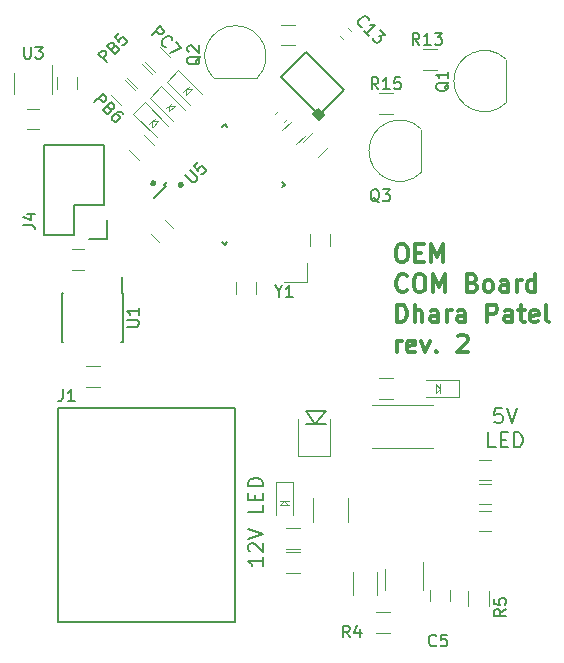
<source format=gto>
G04 #@! TF.GenerationSoftware,KiCad,Pcbnew,5.0.1-33cea8e~68~ubuntu18.04.1*
G04 #@! TF.CreationDate,2019-04-03T20:56:08-04:00*
G04 #@! TF.ProjectId,IMU,494D552E6B696361645F706362000000,rev?*
G04 #@! TF.SameCoordinates,Original*
G04 #@! TF.FileFunction,Legend,Top*
G04 #@! TF.FilePolarity,Positive*
%FSLAX46Y46*%
G04 Gerber Fmt 4.6, Leading zero omitted, Abs format (unit mm)*
G04 Created by KiCad (PCBNEW 5.0.1-33cea8e~68~ubuntu18.04.1) date Wed 03 Apr 2019 08:56:08 PM EDT*
%MOMM*%
%LPD*%
G01*
G04 APERTURE LIST*
%ADD10C,0.300000*%
%ADD11C,0.152400*%
%ADD12C,0.120000*%
%ADD13C,0.150000*%
%ADD14C,0.100000*%
%ADD15C,0.200000*%
%ADD16C,0.500000*%
G04 APERTURE END LIST*
D10*
X152841617Y-90933771D02*
X153127331Y-90933771D01*
X153270188Y-91005200D01*
X153413045Y-91148057D01*
X153484474Y-91433771D01*
X153484474Y-91933771D01*
X153413045Y-92219485D01*
X153270188Y-92362342D01*
X153127331Y-92433771D01*
X152841617Y-92433771D01*
X152698760Y-92362342D01*
X152555902Y-92219485D01*
X152484474Y-91933771D01*
X152484474Y-91433771D01*
X152555902Y-91148057D01*
X152698760Y-91005200D01*
X152841617Y-90933771D01*
X154127331Y-91648057D02*
X154627331Y-91648057D01*
X154841617Y-92433771D02*
X154127331Y-92433771D01*
X154127331Y-90933771D01*
X154841617Y-90933771D01*
X155484474Y-92433771D02*
X155484474Y-90933771D01*
X155984474Y-92005200D01*
X156484474Y-90933771D01*
X156484474Y-92433771D01*
X153413045Y-94840914D02*
X153341617Y-94912342D01*
X153127331Y-94983771D01*
X152984474Y-94983771D01*
X152770188Y-94912342D01*
X152627331Y-94769485D01*
X152555902Y-94626628D01*
X152484474Y-94340914D01*
X152484474Y-94126628D01*
X152555902Y-93840914D01*
X152627331Y-93698057D01*
X152770188Y-93555200D01*
X152984474Y-93483771D01*
X153127331Y-93483771D01*
X153341617Y-93555200D01*
X153413045Y-93626628D01*
X154341617Y-93483771D02*
X154627331Y-93483771D01*
X154770188Y-93555200D01*
X154913045Y-93698057D01*
X154984474Y-93983771D01*
X154984474Y-94483771D01*
X154913045Y-94769485D01*
X154770188Y-94912342D01*
X154627331Y-94983771D01*
X154341617Y-94983771D01*
X154198760Y-94912342D01*
X154055902Y-94769485D01*
X153984474Y-94483771D01*
X153984474Y-93983771D01*
X154055902Y-93698057D01*
X154198760Y-93555200D01*
X154341617Y-93483771D01*
X155627331Y-94983771D02*
X155627331Y-93483771D01*
X156127331Y-94555200D01*
X156627331Y-93483771D01*
X156627331Y-94983771D01*
X158984474Y-94198057D02*
X159198760Y-94269485D01*
X159270188Y-94340914D01*
X159341617Y-94483771D01*
X159341617Y-94698057D01*
X159270188Y-94840914D01*
X159198760Y-94912342D01*
X159055902Y-94983771D01*
X158484474Y-94983771D01*
X158484474Y-93483771D01*
X158984474Y-93483771D01*
X159127331Y-93555200D01*
X159198760Y-93626628D01*
X159270188Y-93769485D01*
X159270188Y-93912342D01*
X159198760Y-94055200D01*
X159127331Y-94126628D01*
X158984474Y-94198057D01*
X158484474Y-94198057D01*
X160198760Y-94983771D02*
X160055902Y-94912342D01*
X159984474Y-94840914D01*
X159913045Y-94698057D01*
X159913045Y-94269485D01*
X159984474Y-94126628D01*
X160055902Y-94055200D01*
X160198760Y-93983771D01*
X160413045Y-93983771D01*
X160555902Y-94055200D01*
X160627331Y-94126628D01*
X160698760Y-94269485D01*
X160698760Y-94698057D01*
X160627331Y-94840914D01*
X160555902Y-94912342D01*
X160413045Y-94983771D01*
X160198760Y-94983771D01*
X161984474Y-94983771D02*
X161984474Y-94198057D01*
X161913045Y-94055200D01*
X161770188Y-93983771D01*
X161484474Y-93983771D01*
X161341617Y-94055200D01*
X161984474Y-94912342D02*
X161841617Y-94983771D01*
X161484474Y-94983771D01*
X161341617Y-94912342D01*
X161270188Y-94769485D01*
X161270188Y-94626628D01*
X161341617Y-94483771D01*
X161484474Y-94412342D01*
X161841617Y-94412342D01*
X161984474Y-94340914D01*
X162698760Y-94983771D02*
X162698760Y-93983771D01*
X162698760Y-94269485D02*
X162770188Y-94126628D01*
X162841617Y-94055200D01*
X162984474Y-93983771D01*
X163127331Y-93983771D01*
X164270188Y-94983771D02*
X164270188Y-93483771D01*
X164270188Y-94912342D02*
X164127331Y-94983771D01*
X163841617Y-94983771D01*
X163698760Y-94912342D01*
X163627331Y-94840914D01*
X163555902Y-94698057D01*
X163555902Y-94269485D01*
X163627331Y-94126628D01*
X163698760Y-94055200D01*
X163841617Y-93983771D01*
X164127331Y-93983771D01*
X164270188Y-94055200D01*
X152555902Y-97533771D02*
X152555902Y-96033771D01*
X152913045Y-96033771D01*
X153127331Y-96105200D01*
X153270188Y-96248057D01*
X153341617Y-96390914D01*
X153413045Y-96676628D01*
X153413045Y-96890914D01*
X153341617Y-97176628D01*
X153270188Y-97319485D01*
X153127331Y-97462342D01*
X152913045Y-97533771D01*
X152555902Y-97533771D01*
X154055902Y-97533771D02*
X154055902Y-96033771D01*
X154698760Y-97533771D02*
X154698760Y-96748057D01*
X154627331Y-96605200D01*
X154484474Y-96533771D01*
X154270188Y-96533771D01*
X154127331Y-96605200D01*
X154055902Y-96676628D01*
X156055902Y-97533771D02*
X156055902Y-96748057D01*
X155984474Y-96605200D01*
X155841617Y-96533771D01*
X155555902Y-96533771D01*
X155413045Y-96605200D01*
X156055902Y-97462342D02*
X155913045Y-97533771D01*
X155555902Y-97533771D01*
X155413045Y-97462342D01*
X155341617Y-97319485D01*
X155341617Y-97176628D01*
X155413045Y-97033771D01*
X155555902Y-96962342D01*
X155913045Y-96962342D01*
X156055902Y-96890914D01*
X156770188Y-97533771D02*
X156770188Y-96533771D01*
X156770188Y-96819485D02*
X156841617Y-96676628D01*
X156913045Y-96605200D01*
X157055902Y-96533771D01*
X157198760Y-96533771D01*
X158341617Y-97533771D02*
X158341617Y-96748057D01*
X158270188Y-96605200D01*
X158127331Y-96533771D01*
X157841617Y-96533771D01*
X157698760Y-96605200D01*
X158341617Y-97462342D02*
X158198760Y-97533771D01*
X157841617Y-97533771D01*
X157698760Y-97462342D01*
X157627331Y-97319485D01*
X157627331Y-97176628D01*
X157698760Y-97033771D01*
X157841617Y-96962342D01*
X158198760Y-96962342D01*
X158341617Y-96890914D01*
X160198760Y-97533771D02*
X160198760Y-96033771D01*
X160770188Y-96033771D01*
X160913045Y-96105200D01*
X160984474Y-96176628D01*
X161055902Y-96319485D01*
X161055902Y-96533771D01*
X160984474Y-96676628D01*
X160913045Y-96748057D01*
X160770188Y-96819485D01*
X160198760Y-96819485D01*
X162341617Y-97533771D02*
X162341617Y-96748057D01*
X162270188Y-96605200D01*
X162127331Y-96533771D01*
X161841617Y-96533771D01*
X161698760Y-96605200D01*
X162341617Y-97462342D02*
X162198760Y-97533771D01*
X161841617Y-97533771D01*
X161698760Y-97462342D01*
X161627331Y-97319485D01*
X161627331Y-97176628D01*
X161698760Y-97033771D01*
X161841617Y-96962342D01*
X162198760Y-96962342D01*
X162341617Y-96890914D01*
X162841617Y-96533771D02*
X163413045Y-96533771D01*
X163055902Y-96033771D02*
X163055902Y-97319485D01*
X163127331Y-97462342D01*
X163270188Y-97533771D01*
X163413045Y-97533771D01*
X164484474Y-97462342D02*
X164341617Y-97533771D01*
X164055902Y-97533771D01*
X163913045Y-97462342D01*
X163841617Y-97319485D01*
X163841617Y-96748057D01*
X163913045Y-96605200D01*
X164055902Y-96533771D01*
X164341617Y-96533771D01*
X164484474Y-96605200D01*
X164555902Y-96748057D01*
X164555902Y-96890914D01*
X163841617Y-97033771D01*
X165413045Y-97533771D02*
X165270188Y-97462342D01*
X165198760Y-97319485D01*
X165198760Y-96033771D01*
X152555902Y-100083771D02*
X152555902Y-99083771D01*
X152555902Y-99369485D02*
X152627331Y-99226628D01*
X152698760Y-99155200D01*
X152841617Y-99083771D01*
X152984474Y-99083771D01*
X154055902Y-100012342D02*
X153913045Y-100083771D01*
X153627331Y-100083771D01*
X153484474Y-100012342D01*
X153413045Y-99869485D01*
X153413045Y-99298057D01*
X153484474Y-99155200D01*
X153627331Y-99083771D01*
X153913045Y-99083771D01*
X154055902Y-99155200D01*
X154127331Y-99298057D01*
X154127331Y-99440914D01*
X153413045Y-99583771D01*
X154627331Y-99083771D02*
X154984474Y-100083771D01*
X155341617Y-99083771D01*
X155913045Y-99940914D02*
X155984474Y-100012342D01*
X155913045Y-100083771D01*
X155841617Y-100012342D01*
X155913045Y-99940914D01*
X155913045Y-100083771D01*
X157698760Y-98726628D02*
X157770188Y-98655200D01*
X157913045Y-98583771D01*
X158270188Y-98583771D01*
X158413045Y-98655200D01*
X158484474Y-98726628D01*
X158555902Y-98869485D01*
X158555902Y-99012342D01*
X158484474Y-99226628D01*
X157627331Y-100083771D01*
X158555902Y-100083771D01*
D11*
X141234643Y-117420571D02*
X141234643Y-118146285D01*
X141234643Y-117783428D02*
X139964643Y-117783428D01*
X140146072Y-117904380D01*
X140267024Y-118025333D01*
X140327500Y-118146285D01*
X140085596Y-116936761D02*
X140025120Y-116876285D01*
X139964643Y-116755333D01*
X139964643Y-116452952D01*
X140025120Y-116332000D01*
X140085596Y-116271523D01*
X140206548Y-116211047D01*
X140327500Y-116211047D01*
X140508929Y-116271523D01*
X141234643Y-116997238D01*
X141234643Y-116211047D01*
X139964643Y-115848190D02*
X141234643Y-115424857D01*
X139964643Y-115001523D01*
X141234643Y-113005809D02*
X141234643Y-113610571D01*
X139964643Y-113610571D01*
X140569405Y-112582476D02*
X140569405Y-112159142D01*
X141234643Y-111977714D02*
X141234643Y-112582476D01*
X139964643Y-112582476D01*
X139964643Y-111977714D01*
X141234643Y-111433428D02*
X139964643Y-111433428D01*
X139964643Y-111131047D01*
X140025120Y-110949619D01*
X140146072Y-110828666D01*
X140267024Y-110768190D01*
X140508929Y-110707714D01*
X140690358Y-110707714D01*
X140932262Y-110768190D01*
X141053215Y-110828666D01*
X141174167Y-110949619D01*
X141234643Y-111131047D01*
X141234643Y-111433428D01*
X161489855Y-104804983D02*
X160885093Y-104804983D01*
X160824617Y-105409745D01*
X160885093Y-105349269D01*
X161006045Y-105288793D01*
X161308426Y-105288793D01*
X161429379Y-105349269D01*
X161489855Y-105409745D01*
X161550331Y-105530698D01*
X161550331Y-105833079D01*
X161489855Y-105954031D01*
X161429379Y-106014507D01*
X161308426Y-106074983D01*
X161006045Y-106074983D01*
X160885093Y-106014507D01*
X160824617Y-105954031D01*
X161913188Y-104804983D02*
X162336521Y-106074983D01*
X162759855Y-104804983D01*
X160915331Y-108132383D02*
X160310569Y-108132383D01*
X160310569Y-106862383D01*
X161338664Y-107467145D02*
X161761998Y-107467145D01*
X161943426Y-108132383D02*
X161338664Y-108132383D01*
X161338664Y-106862383D01*
X161943426Y-106862383D01*
X162487712Y-108132383D02*
X162487712Y-106862383D01*
X162790093Y-106862383D01*
X162971521Y-106922860D01*
X163092474Y-107043812D01*
X163152950Y-107164764D01*
X163213426Y-107406669D01*
X163213426Y-107588098D01*
X163152950Y-107830002D01*
X163092474Y-107950955D01*
X162971521Y-108071907D01*
X162790093Y-108132383D01*
X162487712Y-108132383D01*
D12*
G04 #@! TO.C,R1*
X146734647Y-82662821D02*
X145886119Y-83511349D01*
X144641611Y-82266841D02*
X145490139Y-81418313D01*
D13*
G04 #@! TO.C,J4*
X127777240Y-87630000D02*
X127777240Y-82550000D01*
X128057240Y-90450000D02*
X126507240Y-90450000D01*
X125237240Y-90170000D02*
X125237240Y-87630000D01*
X125237240Y-87630000D02*
X127777240Y-87630000D01*
X127777240Y-82550000D02*
X122697240Y-82550000D01*
X122697240Y-82550000D02*
X122697240Y-87630000D01*
X128057240Y-90450000D02*
X128057240Y-88900000D01*
X122697240Y-90170000D02*
X125237240Y-90170000D01*
X122697240Y-87630000D02*
X122697240Y-90170000D01*
D12*
G04 #@! TO.C,R2*
X143148560Y-114965880D02*
X144348560Y-114965880D01*
X144348560Y-116725880D02*
X143148560Y-116725880D01*
G04 #@! TO.C,F1*
X145424060Y-114438380D02*
X145424060Y-112438380D01*
X148384060Y-112438380D02*
X148384060Y-114438380D01*
D14*
G04 #@! TO.C,D2*
X156224560Y-102795880D02*
X156224560Y-103145880D01*
X156224560Y-103145880D02*
X156224560Y-103495880D01*
X155874560Y-102795880D02*
X156224560Y-103145880D01*
X155874560Y-102845880D02*
X155874560Y-102795880D01*
X155874560Y-102795880D02*
X155874560Y-102845880D01*
X155874560Y-103495880D02*
X155874560Y-102845880D01*
X155924560Y-103445880D02*
X155874560Y-103495880D01*
X156224560Y-103145880D02*
X155924560Y-103445880D01*
D12*
X157824560Y-103845880D02*
X157824560Y-102445880D01*
X157824560Y-102445880D02*
X155024560Y-102445880D01*
X157824560Y-103845880D02*
X155024560Y-103845880D01*
G04 #@! TO.C,R9*
X155619560Y-108140880D02*
X150419560Y-108140880D01*
X150419560Y-104500880D02*
X155619560Y-104500880D01*
G04 #@! TO.C,C7*
X160504560Y-109153880D02*
X159504560Y-109153880D01*
X159504560Y-110853880D02*
X160504560Y-110853880D01*
G04 #@! TO.C,U2*
X151574660Y-118438380D02*
X151574660Y-120238380D01*
X154794660Y-120238380D02*
X154794660Y-117788380D01*
G04 #@! TO.C,C3*
X150864560Y-120655880D02*
X150864560Y-118655880D01*
X148824560Y-118655880D02*
X148824560Y-120655880D01*
G04 #@! TO.C,R12*
X152222560Y-104025880D02*
X151022560Y-104025880D01*
X151022560Y-102265880D02*
X152222560Y-102265880D01*
G04 #@! TO.C,R4*
X150768560Y-122077880D02*
X151968560Y-122077880D01*
X151968560Y-123837880D02*
X150768560Y-123837880D01*
G04 #@! TO.C,R5*
X160376560Y-120325880D02*
X160376560Y-121525880D01*
X158616560Y-121525880D02*
X158616560Y-120325880D01*
G04 #@! TO.C,C12*
X160504560Y-113471880D02*
X159504560Y-113471880D01*
X159504560Y-115171880D02*
X160504560Y-115171880D01*
G04 #@! TO.C,C11*
X160504560Y-111185880D02*
X159504560Y-111185880D01*
X159504560Y-112885880D02*
X160504560Y-112885880D01*
G04 #@! TO.C,C5*
X155344560Y-120171880D02*
X155344560Y-121171880D01*
X157044560Y-121171880D02*
X157044560Y-120171880D01*
D14*
G04 #@! TO.C,D1*
X142697720Y-112675240D02*
X143047720Y-112675240D01*
X143047720Y-112675240D02*
X143397720Y-112675240D01*
X142697720Y-113025240D02*
X143047720Y-112675240D01*
X142747720Y-113025240D02*
X142697720Y-113025240D01*
X142697720Y-113025240D02*
X142747720Y-113025240D01*
X143397720Y-113025240D02*
X142747720Y-113025240D01*
X143347720Y-112975240D02*
X143397720Y-113025240D01*
X143047720Y-112675240D02*
X143347720Y-112975240D01*
D12*
X143747720Y-111075240D02*
X142347720Y-111075240D01*
X142347720Y-111075240D02*
X142347720Y-113875240D01*
X143747720Y-111075240D02*
X143747720Y-113875240D01*
D15*
G04 #@! TO.C,D7*
X146526560Y-105085880D02*
X145626560Y-106185880D01*
X144826560Y-105085880D02*
X146526560Y-105085880D01*
X145626560Y-106185880D02*
X144826560Y-105085880D01*
X144826560Y-106185880D02*
X146526560Y-106185880D01*
D12*
X144193060Y-108860880D02*
X146860060Y-108860880D01*
X146860060Y-108860880D02*
X146860060Y-105685880D01*
X144193060Y-108860880D02*
X144193060Y-105685880D01*
G04 #@! TO.C,R3*
X143148560Y-116997880D02*
X144348560Y-116997880D01*
X144348560Y-118757880D02*
X143148560Y-118757880D01*
G04 #@! TO.C,C1*
X131719766Y-90046647D02*
X132426873Y-90753754D01*
X133628954Y-89551673D02*
X132921847Y-88844566D01*
G04 #@! TO.C,C2*
X143563786Y-80547373D02*
X142856679Y-81254480D01*
X144058760Y-82456561D02*
X144765867Y-81749454D01*
G04 #@! TO.C,C4*
X126077600Y-91367240D02*
X125077600Y-91367240D01*
X125077600Y-93067240D02*
X126077600Y-93067240D01*
G04 #@! TO.C,C6*
X145235560Y-90051000D02*
X145235560Y-91051000D01*
X146935560Y-91051000D02*
X146935560Y-90051000D01*
G04 #@! TO.C,C8*
X138961760Y-94140400D02*
X138961760Y-95140400D01*
X140661760Y-95140400D02*
X140661760Y-94140400D01*
G04 #@! TO.C,C9*
X122252243Y-79507177D02*
X121252243Y-79507177D01*
X121252243Y-81207177D02*
X122252243Y-81207177D01*
G04 #@! TO.C,C10*
X123787683Y-76752537D02*
X123787683Y-77752537D01*
X125487683Y-77752537D02*
X125487683Y-76752537D01*
G04 #@! TO.C,C13*
X148689807Y-72835358D02*
X148459602Y-72605153D01*
X147968558Y-73556607D02*
X147738353Y-73326402D01*
G04 #@! TO.C,C14*
X143228220Y-80350089D02*
X142998015Y-80580294D01*
X142506971Y-79628840D02*
X142276766Y-79859045D01*
G04 #@! TO.C,D3*
X134047923Y-76192453D02*
X136027822Y-78172352D01*
X133057973Y-77182403D02*
X135037872Y-79162302D01*
X134047923Y-76192453D02*
X133057973Y-77182403D01*
D14*
X134684319Y-77818799D02*
X135108583Y-77818799D01*
X135108583Y-77818799D02*
X135179293Y-77818799D01*
X135179293Y-77818799D02*
X134719674Y-78278418D01*
X134684319Y-78313773D02*
X134719674Y-78278418D01*
X134719674Y-78278418D02*
X134684319Y-78313773D01*
X134684319Y-78313773D02*
X134684319Y-77818799D01*
X134684319Y-77818799D02*
X134931806Y-77571311D01*
X134436831Y-78066286D02*
X134684319Y-77818799D01*
G04 #@! TO.C,D4*
X133009928Y-79428303D02*
X133257416Y-79180816D01*
X133257416Y-79180816D02*
X133504903Y-78933328D01*
X133257416Y-79675790D02*
X133257416Y-79180816D01*
X133292771Y-79640435D02*
X133257416Y-79675790D01*
X133257416Y-79675790D02*
X133292771Y-79640435D01*
X133752390Y-79180816D02*
X133292771Y-79640435D01*
X133681680Y-79180816D02*
X133752390Y-79180816D01*
X133257416Y-79180816D02*
X133681680Y-79180816D01*
D12*
X132621020Y-77554470D02*
X131631070Y-78544420D01*
X131631070Y-78544420D02*
X133610969Y-80524319D01*
X132621020Y-77554470D02*
X134600919Y-79534369D01*
G04 #@! TO.C,D5*
X131222866Y-78902056D02*
X133202765Y-80881955D01*
X130232916Y-79892006D02*
X132212815Y-81871905D01*
X131222866Y-78902056D02*
X130232916Y-79892006D01*
D14*
X131859262Y-80528402D02*
X132283526Y-80528402D01*
X132283526Y-80528402D02*
X132354236Y-80528402D01*
X132354236Y-80528402D02*
X131894617Y-80988021D01*
X131859262Y-81023376D02*
X131894617Y-80988021D01*
X131894617Y-80988021D02*
X131859262Y-81023376D01*
X131859262Y-81023376D02*
X131859262Y-80528402D01*
X131859262Y-80528402D02*
X132106749Y-80280914D01*
X131611774Y-80775889D02*
X131859262Y-80528402D01*
D12*
G04 #@! TO.C,R7*
X126237440Y-101263560D02*
X127437440Y-101263560D01*
X127437440Y-103023560D02*
X126237440Y-103023560D01*
G04 #@! TO.C,R8*
X130728850Y-83809878D02*
X129880322Y-82961350D01*
X131124830Y-81716842D02*
X131973358Y-82565370D01*
D13*
G04 #@! TO.C,U1*
X129336240Y-95059680D02*
X129286240Y-95059680D01*
X129336240Y-99209680D02*
X129191240Y-99209680D01*
X124186240Y-99209680D02*
X124331240Y-99209680D01*
X124186240Y-95059680D02*
X124331240Y-95059680D01*
X129336240Y-95059680D02*
X129336240Y-99209680D01*
X124186240Y-95059680D02*
X124186240Y-99209680D01*
X129286240Y-95059680D02*
X129286240Y-93659680D01*
G04 #@! TO.C,U5*
X133010992Y-86034349D02*
X132003365Y-87041976D01*
X137978417Y-80748726D02*
X137748607Y-80978536D01*
X143104941Y-85875250D02*
X142875131Y-86105060D01*
X137978417Y-91001774D02*
X138208227Y-90771964D01*
X132851893Y-85875250D02*
X133081703Y-85645440D01*
X137978417Y-91001774D02*
X137748607Y-90771964D01*
X143104941Y-85875250D02*
X142875131Y-85645440D01*
X137978417Y-80748726D02*
X138208227Y-80978536D01*
X132851893Y-85875250D02*
X133010992Y-86034349D01*
D16*
X131940603Y-85749526D02*
G75*
G03X131940603Y-85749526I-50800J0D01*
G01*
X134275471Y-85893211D02*
G75*
G03X134275471Y-85893211I-50801J0D01*
G01*
D14*
G04 #@! TO.C,Y1*
X144981680Y-94116960D02*
X144981681Y-92516960D01*
X144981680Y-94116960D02*
X142981680Y-94116960D01*
D12*
G04 #@! TO.C,U3*
X123377483Y-78224417D02*
X123377483Y-75774417D01*
X120157483Y-76424417D02*
X120157483Y-78224417D01*
D13*
G04 #@! TO.C,U4*
X145923155Y-80332246D02*
X146336247Y-79955075D01*
X145977036Y-79847312D02*
X145959076Y-79865272D01*
X145923155Y-79721588D02*
X145977036Y-79847312D01*
X145707629Y-79937114D02*
X145923155Y-79721588D01*
X145869273Y-80098759D02*
X145707629Y-79937114D01*
X146174602Y-79829351D02*
X145869273Y-80098759D01*
X145941115Y-79595865D02*
X146174602Y-79829351D01*
X145581905Y-79955075D02*
X145941115Y-79595865D01*
X145887234Y-80260403D02*
X145581905Y-79955075D01*
X146300326Y-79847312D02*
X145887234Y-80260403D01*
X145923155Y-79470141D02*
X146390128Y-79937114D01*
X145653747Y-79739549D02*
X145923155Y-79470141D01*
X145456182Y-79937114D02*
X145671708Y-79721588D01*
X145941115Y-80422048D02*
X145456182Y-79937114D01*
X146408089Y-79955075D02*
X145941115Y-80422048D01*
X146192563Y-79739549D02*
X146408089Y-79955075D01*
X148052960Y-77864160D02*
X144870980Y-74682180D01*
X145932630Y-79984490D02*
X148053950Y-77863170D01*
X142750650Y-76802510D02*
X144871970Y-74681190D01*
X145932630Y-79984490D02*
X142750650Y-76802510D01*
G04 #@! TO.C,J1*
X138880880Y-104769920D02*
X138880880Y-122929920D01*
X123880880Y-104769920D02*
X123880880Y-122929920D01*
X123880880Y-104769920D02*
X138880880Y-104769920D01*
X123880880Y-122929920D02*
X138880880Y-122929920D01*
D12*
G04 #@! TO.C,PC7*
X132479999Y-74232811D02*
X133328527Y-75081339D01*
X132084019Y-76325847D02*
X131235491Y-75477319D01*
G04 #@! TO.C,PB5*
X130586610Y-77724038D02*
X129738082Y-76875510D01*
X130982590Y-75631002D02*
X131831118Y-76479530D01*
G04 #@! TO.C,PB6*
X129565270Y-77043242D02*
X130413798Y-77891770D01*
X129169290Y-79136278D02*
X128320762Y-78287750D01*
G04 #@! TO.C,Q1*
X161822918Y-75275922D02*
G75*
G03X157384440Y-77114400I-1838478J-1838478D01*
G01*
X161822918Y-78952878D02*
G75*
G02X157384440Y-77114400I-1838478J1838478D01*
G01*
X161834440Y-78914400D02*
X161834440Y-75314400D01*
G04 #@! TO.C,Q2*
X137092280Y-76866360D02*
X140692280Y-76866360D01*
X137053802Y-76854838D02*
G75*
G02X138892280Y-72416360I1838478J1838478D01*
G01*
X140730758Y-76854838D02*
G75*
G03X138892280Y-72416360I-1838478J1838478D01*
G01*
G04 #@! TO.C,Q3*
X154646240Y-84812280D02*
X154646240Y-81212280D01*
X154634718Y-84850758D02*
G75*
G02X150196240Y-83012280I-1838478J1838478D01*
G01*
X154634718Y-81173802D02*
G75*
G03X150196240Y-83012280I-1838478J-1838478D01*
G01*
G04 #@! TO.C,R13*
X155946400Y-76160520D02*
X154746400Y-76160520D01*
X154746400Y-74400520D02*
X155946400Y-74400520D01*
G04 #@! TO.C,R14*
X142772880Y-72327880D02*
X143972880Y-72327880D01*
X143972880Y-74087880D02*
X142772880Y-74087880D01*
G04 #@! TO.C,R15*
X152237960Y-79884160D02*
X151037960Y-79884160D01*
X151037960Y-78124160D02*
X152237960Y-78124160D01*
G04 #@! TO.C,J4*
D13*
X120920260Y-89294293D02*
X121634546Y-89294293D01*
X121777403Y-89341912D01*
X121872641Y-89437150D01*
X121920260Y-89580007D01*
X121920260Y-89675245D01*
X121253594Y-88389531D02*
X121920260Y-88389531D01*
X120872641Y-88627626D02*
X121586927Y-88865721D01*
X121586927Y-88246674D01*
G04 #@! TO.C,R4*
X148575733Y-124211340D02*
X148242400Y-123735150D01*
X148004304Y-124211340D02*
X148004304Y-123211340D01*
X148385257Y-123211340D01*
X148480495Y-123258960D01*
X148528114Y-123306579D01*
X148575733Y-123401817D01*
X148575733Y-123544674D01*
X148528114Y-123639912D01*
X148480495Y-123687531D01*
X148385257Y-123735150D01*
X148004304Y-123735150D01*
X149432876Y-123544674D02*
X149432876Y-124211340D01*
X149194780Y-123163721D02*
X148956685Y-123878007D01*
X149575733Y-123878007D01*
G04 #@! TO.C,R5*
X161788100Y-121827586D02*
X161311910Y-122160920D01*
X161788100Y-122399015D02*
X160788100Y-122399015D01*
X160788100Y-122018062D01*
X160835720Y-121922824D01*
X160883339Y-121875205D01*
X160978577Y-121827586D01*
X161121434Y-121827586D01*
X161216672Y-121875205D01*
X161264291Y-121922824D01*
X161311910Y-122018062D01*
X161311910Y-122399015D01*
X160788100Y-120922824D02*
X160788100Y-121399015D01*
X161264291Y-121446634D01*
X161216672Y-121399015D01*
X161169053Y-121303777D01*
X161169053Y-121065681D01*
X161216672Y-120970443D01*
X161264291Y-120922824D01*
X161359529Y-120875205D01*
X161597624Y-120875205D01*
X161692862Y-120922824D01*
X161740481Y-120970443D01*
X161788100Y-121065681D01*
X161788100Y-121303777D01*
X161740481Y-121399015D01*
X161692862Y-121446634D01*
G04 #@! TO.C,C5*
X155885853Y-124873022D02*
X155838234Y-124920641D01*
X155695377Y-124968260D01*
X155600139Y-124968260D01*
X155457281Y-124920641D01*
X155362043Y-124825403D01*
X155314424Y-124730165D01*
X155266805Y-124539689D01*
X155266805Y-124396832D01*
X155314424Y-124206356D01*
X155362043Y-124111118D01*
X155457281Y-124015880D01*
X155600139Y-123968260D01*
X155695377Y-123968260D01*
X155838234Y-124015880D01*
X155885853Y-124063499D01*
X156790615Y-123968260D02*
X156314424Y-123968260D01*
X156266805Y-124444451D01*
X156314424Y-124396832D01*
X156409662Y-124349213D01*
X156647758Y-124349213D01*
X156742996Y-124396832D01*
X156790615Y-124444451D01*
X156838234Y-124539689D01*
X156838234Y-124777784D01*
X156790615Y-124873022D01*
X156742996Y-124920641D01*
X156647758Y-124968260D01*
X156409662Y-124968260D01*
X156314424Y-124920641D01*
X156266805Y-124873022D01*
G04 #@! TO.C,C13*
X149599933Y-72533409D02*
X149532589Y-72533409D01*
X149397902Y-72466065D01*
X149330559Y-72398722D01*
X149263215Y-72264035D01*
X149263215Y-72129348D01*
X149296887Y-72028333D01*
X149397902Y-71859974D01*
X149498917Y-71758959D01*
X149667276Y-71657943D01*
X149768291Y-71624272D01*
X149902978Y-71624272D01*
X150037665Y-71691615D01*
X150105009Y-71758959D01*
X150172352Y-71893646D01*
X150172352Y-71960989D01*
X150206024Y-73274188D02*
X149801963Y-72870127D01*
X150003994Y-73072157D02*
X150711101Y-72365050D01*
X150542742Y-72398722D01*
X150408055Y-72398722D01*
X150307040Y-72365050D01*
X151148833Y-72802783D02*
X151586566Y-73240516D01*
X151081490Y-73274188D01*
X151182505Y-73375203D01*
X151216177Y-73476218D01*
X151216177Y-73543562D01*
X151182505Y-73644577D01*
X151014146Y-73812936D01*
X150913131Y-73846607D01*
X150845788Y-73846607D01*
X150744772Y-73812936D01*
X150542742Y-73610905D01*
X150509070Y-73509890D01*
X150509070Y-73442546D01*
G04 #@! TO.C,U1*
X129713620Y-97896584D02*
X130523144Y-97896584D01*
X130618382Y-97848965D01*
X130666001Y-97801346D01*
X130713620Y-97706108D01*
X130713620Y-97515632D01*
X130666001Y-97420394D01*
X130618382Y-97372775D01*
X130523144Y-97325156D01*
X129713620Y-97325156D01*
X130713620Y-96325156D02*
X130713620Y-96896584D01*
X130713620Y-96610870D02*
X129713620Y-96610870D01*
X129856478Y-96706108D01*
X129951716Y-96801346D01*
X129999335Y-96896584D01*
G04 #@! TO.C,U5*
X134664306Y-85073882D02*
X135236726Y-85646302D01*
X135337741Y-85679974D01*
X135405085Y-85679974D01*
X135506100Y-85646302D01*
X135640787Y-85511615D01*
X135674459Y-85410600D01*
X135674459Y-85343256D01*
X135640787Y-85242241D01*
X135068367Y-84669821D01*
X135741802Y-83996386D02*
X135405085Y-84333104D01*
X135708131Y-84703493D01*
X135708131Y-84636150D01*
X135741802Y-84535134D01*
X135910161Y-84366776D01*
X136011176Y-84333104D01*
X136078520Y-84333104D01*
X136179535Y-84366776D01*
X136347894Y-84535134D01*
X136381566Y-84636150D01*
X136381566Y-84703493D01*
X136347894Y-84804508D01*
X136179535Y-84972867D01*
X136078520Y-85006539D01*
X136011176Y-85006539D01*
G04 #@! TO.C,Y1*
X142541049Y-94926470D02*
X142541049Y-95402660D01*
X142207716Y-94402660D02*
X142541049Y-94926470D01*
X142874382Y-94402660D01*
X143731525Y-95402660D02*
X143160097Y-95402660D01*
X143445811Y-95402660D02*
X143445811Y-94402660D01*
X143350573Y-94545518D01*
X143255335Y-94640756D01*
X143160097Y-94688375D01*
G04 #@! TO.C,U3*
X120995535Y-74209660D02*
X120995535Y-75019184D01*
X121043154Y-75114422D01*
X121090773Y-75162041D01*
X121186011Y-75209660D01*
X121376487Y-75209660D01*
X121471725Y-75162041D01*
X121519344Y-75114422D01*
X121566963Y-75019184D01*
X121566963Y-74209660D01*
X121947916Y-74209660D02*
X122566963Y-74209660D01*
X122233630Y-74590613D01*
X122376487Y-74590613D01*
X122471725Y-74638232D01*
X122519344Y-74685851D01*
X122566963Y-74781089D01*
X122566963Y-75019184D01*
X122519344Y-75114422D01*
X122471725Y-75162041D01*
X122376487Y-75209660D01*
X122090773Y-75209660D01*
X121995535Y-75162041D01*
X121947916Y-75114422D01*
G04 #@! TO.C,J1*
X124279066Y-103206300D02*
X124279066Y-103920586D01*
X124231447Y-104063443D01*
X124136209Y-104158681D01*
X123993352Y-104206300D01*
X123898114Y-104206300D01*
X125279066Y-104206300D02*
X124707638Y-104206300D01*
X124993352Y-104206300D02*
X124993352Y-103206300D01*
X124898114Y-103349158D01*
X124802876Y-103444396D01*
X124707638Y-103492015D01*
G04 #@! TO.C,PC7*
X131799052Y-73185697D02*
X132506159Y-72478590D01*
X132775533Y-72747964D01*
X132809205Y-72848979D01*
X132809205Y-72916323D01*
X132775533Y-73017338D01*
X132674518Y-73118353D01*
X132573503Y-73152025D01*
X132506159Y-73152025D01*
X132405144Y-73118353D01*
X132135770Y-72848979D01*
X132977564Y-74229521D02*
X132910220Y-74229521D01*
X132775533Y-74162177D01*
X132708190Y-74094834D01*
X132640846Y-73960147D01*
X132640846Y-73825460D01*
X132674518Y-73724445D01*
X132775533Y-73556086D01*
X132876548Y-73455071D01*
X133044907Y-73354055D01*
X133145922Y-73320384D01*
X133280609Y-73320384D01*
X133415296Y-73387727D01*
X133482640Y-73455071D01*
X133549983Y-73589758D01*
X133549983Y-73657101D01*
X133853029Y-73825460D02*
X134324434Y-74296864D01*
X133314281Y-74700925D01*
G04 #@! TO.C,PB5*
X128003976Y-75536067D02*
X127296869Y-74828960D01*
X127566243Y-74559586D01*
X127667258Y-74525914D01*
X127734602Y-74525914D01*
X127835617Y-74559586D01*
X127936632Y-74660601D01*
X127970304Y-74761616D01*
X127970304Y-74828960D01*
X127936632Y-74929975D01*
X127667258Y-75199349D01*
X128576395Y-74222868D02*
X128711082Y-74155525D01*
X128778426Y-74155525D01*
X128879441Y-74189197D01*
X128980456Y-74290212D01*
X129014128Y-74391227D01*
X129014128Y-74458571D01*
X128980456Y-74559586D01*
X128711082Y-74828960D01*
X128003976Y-74121853D01*
X128239678Y-73886151D01*
X128340693Y-73852479D01*
X128408037Y-73852479D01*
X128509052Y-73886151D01*
X128576395Y-73953494D01*
X128610067Y-74054510D01*
X128610067Y-74121853D01*
X128576395Y-74222868D01*
X128340693Y-74458571D01*
X129047800Y-73078029D02*
X128711082Y-73414746D01*
X129014128Y-73785136D01*
X129014128Y-73717792D01*
X129047800Y-73616777D01*
X129216159Y-73448418D01*
X129317174Y-73414746D01*
X129384517Y-73414746D01*
X129485533Y-73448418D01*
X129653891Y-73616777D01*
X129687563Y-73717792D01*
X129687563Y-73785136D01*
X129653891Y-73886151D01*
X129485533Y-74054510D01*
X129384517Y-74088181D01*
X129317174Y-74088181D01*
G04 #@! TO.C,PB6*
X126957812Y-78880376D02*
X127664919Y-78173269D01*
X127934293Y-78442643D01*
X127967965Y-78543658D01*
X127967965Y-78611002D01*
X127934293Y-78712017D01*
X127833278Y-78813032D01*
X127732263Y-78846704D01*
X127664919Y-78846704D01*
X127563904Y-78813032D01*
X127294530Y-78543658D01*
X128271011Y-79452795D02*
X128338354Y-79587482D01*
X128338354Y-79654826D01*
X128304682Y-79755841D01*
X128203667Y-79856856D01*
X128102652Y-79890528D01*
X128035308Y-79890528D01*
X127934293Y-79856856D01*
X127664919Y-79587482D01*
X128372026Y-78880376D01*
X128607728Y-79116078D01*
X128641400Y-79217093D01*
X128641400Y-79284437D01*
X128607728Y-79385452D01*
X128540385Y-79452795D01*
X128439369Y-79486467D01*
X128372026Y-79486467D01*
X128271011Y-79452795D01*
X128035308Y-79217093D01*
X129382178Y-79890528D02*
X129247491Y-79755841D01*
X129146476Y-79722169D01*
X129079133Y-79722169D01*
X128910774Y-79755841D01*
X128742415Y-79856856D01*
X128473041Y-80126230D01*
X128439369Y-80227246D01*
X128439369Y-80294589D01*
X128473041Y-80395604D01*
X128607728Y-80530291D01*
X128708743Y-80563963D01*
X128776087Y-80563963D01*
X128877102Y-80530291D01*
X129045461Y-80361933D01*
X129079133Y-80260917D01*
X129079133Y-80193574D01*
X129045461Y-80092559D01*
X128910774Y-79957872D01*
X128809759Y-79924200D01*
X128742415Y-79924200D01*
X128641400Y-79957872D01*
G04 #@! TO.C,Q1*
X156972059Y-77209638D02*
X156924440Y-77304876D01*
X156829201Y-77400114D01*
X156686344Y-77542971D01*
X156638725Y-77638209D01*
X156638725Y-77733447D01*
X156876820Y-77685828D02*
X156829201Y-77781066D01*
X156733963Y-77876304D01*
X156543487Y-77923923D01*
X156210154Y-77923923D01*
X156019678Y-77876304D01*
X155924440Y-77781066D01*
X155876820Y-77685828D01*
X155876820Y-77495352D01*
X155924440Y-77400114D01*
X156019678Y-77304876D01*
X156210154Y-77257257D01*
X156543487Y-77257257D01*
X156733963Y-77304876D01*
X156829201Y-77400114D01*
X156876820Y-77495352D01*
X156876820Y-77685828D01*
X156876820Y-76304876D02*
X156876820Y-76876304D01*
X156876820Y-76590590D02*
X155876820Y-76590590D01*
X156019678Y-76685828D01*
X156114916Y-76781066D01*
X156162535Y-76876304D01*
G04 #@! TO.C,Q2*
X135924539Y-74984598D02*
X135876920Y-75079836D01*
X135781681Y-75175074D01*
X135638824Y-75317931D01*
X135591205Y-75413169D01*
X135591205Y-75508407D01*
X135829300Y-75460788D02*
X135781681Y-75556026D01*
X135686443Y-75651264D01*
X135495967Y-75698883D01*
X135162634Y-75698883D01*
X134972158Y-75651264D01*
X134876920Y-75556026D01*
X134829300Y-75460788D01*
X134829300Y-75270312D01*
X134876920Y-75175074D01*
X134972158Y-75079836D01*
X135162634Y-75032217D01*
X135495967Y-75032217D01*
X135686443Y-75079836D01*
X135781681Y-75175074D01*
X135829300Y-75270312D01*
X135829300Y-75460788D01*
X134924539Y-74651264D02*
X134876920Y-74603645D01*
X134829300Y-74508407D01*
X134829300Y-74270312D01*
X134876920Y-74175074D01*
X134924539Y-74127455D01*
X135019777Y-74079836D01*
X135115015Y-74079836D01*
X135257872Y-74127455D01*
X135829300Y-74698883D01*
X135829300Y-74079836D01*
G04 #@! TO.C,Q3*
X151080481Y-87369899D02*
X150985243Y-87322280D01*
X150890005Y-87227041D01*
X150747148Y-87084184D01*
X150651910Y-87036565D01*
X150556672Y-87036565D01*
X150604291Y-87274660D02*
X150509053Y-87227041D01*
X150413815Y-87131803D01*
X150366196Y-86941327D01*
X150366196Y-86607994D01*
X150413815Y-86417518D01*
X150509053Y-86322280D01*
X150604291Y-86274660D01*
X150794767Y-86274660D01*
X150890005Y-86322280D01*
X150985243Y-86417518D01*
X151032862Y-86607994D01*
X151032862Y-86941327D01*
X150985243Y-87131803D01*
X150890005Y-87227041D01*
X150794767Y-87274660D01*
X150604291Y-87274660D01*
X151366196Y-86274660D02*
X151985243Y-86274660D01*
X151651910Y-86655613D01*
X151794767Y-86655613D01*
X151890005Y-86703232D01*
X151937624Y-86750851D01*
X151985243Y-86846089D01*
X151985243Y-87084184D01*
X151937624Y-87179422D01*
X151890005Y-87227041D01*
X151794767Y-87274660D01*
X151509053Y-87274660D01*
X151413815Y-87227041D01*
X151366196Y-87179422D01*
G04 #@! TO.C,R13*
X154464782Y-74036180D02*
X154131449Y-73559990D01*
X153893354Y-74036180D02*
X153893354Y-73036180D01*
X154274306Y-73036180D01*
X154369544Y-73083800D01*
X154417163Y-73131419D01*
X154464782Y-73226657D01*
X154464782Y-73369514D01*
X154417163Y-73464752D01*
X154369544Y-73512371D01*
X154274306Y-73559990D01*
X153893354Y-73559990D01*
X155417163Y-74036180D02*
X154845735Y-74036180D01*
X155131449Y-74036180D02*
X155131449Y-73036180D01*
X155036211Y-73179038D01*
X154940973Y-73274276D01*
X154845735Y-73321895D01*
X155750497Y-73036180D02*
X156369544Y-73036180D01*
X156036211Y-73417133D01*
X156179068Y-73417133D01*
X156274306Y-73464752D01*
X156321925Y-73512371D01*
X156369544Y-73607609D01*
X156369544Y-73845704D01*
X156321925Y-73940942D01*
X156274306Y-73988561D01*
X156179068Y-74036180D01*
X155893354Y-74036180D01*
X155798116Y-73988561D01*
X155750497Y-73940942D01*
G04 #@! TO.C,R15*
X150995102Y-77806540D02*
X150661769Y-77330350D01*
X150423674Y-77806540D02*
X150423674Y-76806540D01*
X150804626Y-76806540D01*
X150899864Y-76854160D01*
X150947483Y-76901779D01*
X150995102Y-76997017D01*
X150995102Y-77139874D01*
X150947483Y-77235112D01*
X150899864Y-77282731D01*
X150804626Y-77330350D01*
X150423674Y-77330350D01*
X151947483Y-77806540D02*
X151376055Y-77806540D01*
X151661769Y-77806540D02*
X151661769Y-76806540D01*
X151566531Y-76949398D01*
X151471293Y-77044636D01*
X151376055Y-77092255D01*
X152852245Y-76806540D02*
X152376055Y-76806540D01*
X152328436Y-77282731D01*
X152376055Y-77235112D01*
X152471293Y-77187493D01*
X152709388Y-77187493D01*
X152804626Y-77235112D01*
X152852245Y-77282731D01*
X152899864Y-77377969D01*
X152899864Y-77616064D01*
X152852245Y-77711302D01*
X152804626Y-77758921D01*
X152709388Y-77806540D01*
X152471293Y-77806540D01*
X152376055Y-77758921D01*
X152328436Y-77711302D01*
G04 #@! TD*
M02*

</source>
